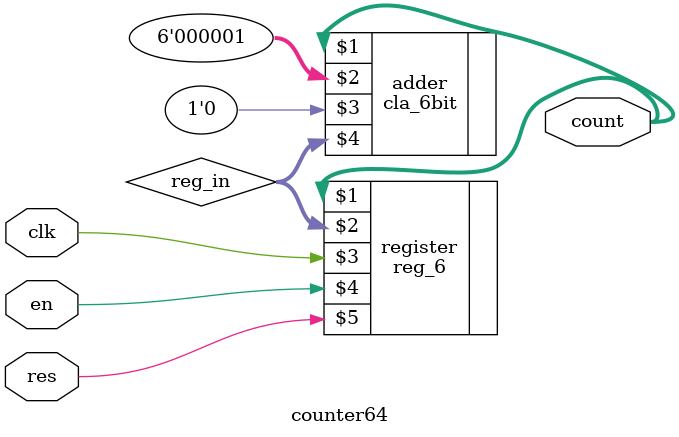
<source format=v>
module counter32(count, clk, en, res);

	input clk, res, en;
	output [4:0] count;
	wire [4:0] reg_in;
	
	reg_5 register(count, reg_in, clk, en, res);
	
	cla_5bit adder(count, 5'b00001, 1'b0, reg_in);

endmodule

module counter64(count, clk, en, res);

	input clk, res, en;
	output [5:0] count;
	wire [5:0] reg_in;
	
	reg_6 register(count, reg_in, clk, en, res);
	
	cla_6bit adder(count, 6'b000001, 1'b0, reg_in);

endmodule
</source>
